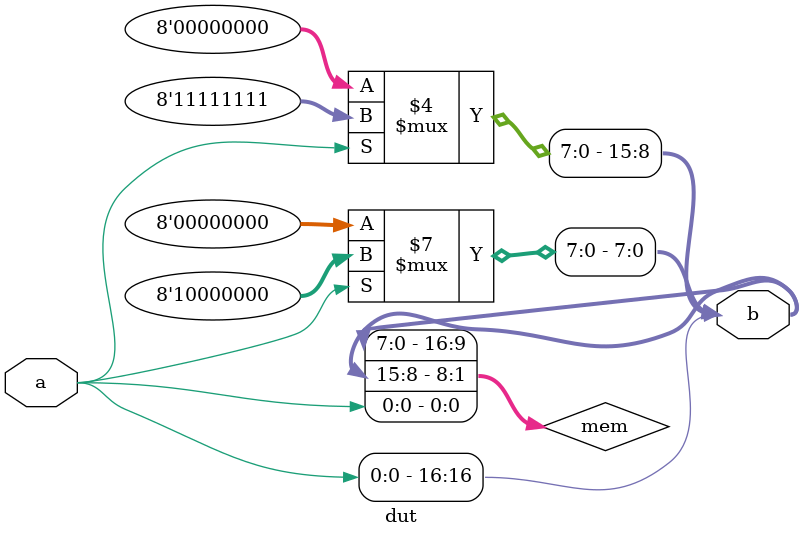
<source format=sv>
module dut (a, b);
  input a;
  output [16:0] b;

  typedef struct packed {
    logic [7:0] addr;
    logic [7:0] data;
    logic wr;
  } mem_s;

  mem_s [1:0] packed_mem;
  mem_s memArray[8];
  mem_s memMulti[10][20];

  mem_s mem;

  always @(a) begin
    if (a == 1'b0)  begin
      mem.addr = 0;
      mem.data = 0;
    end else begin
      mem.addr = 128;
      mem.data = 255;
    end
  end

  assign mem.wr = a;
  assign b[16] = mem.wr;
  assign b[15:8] = mem.data;
  assign b[7:0] = mem.addr;

endmodule

</source>
